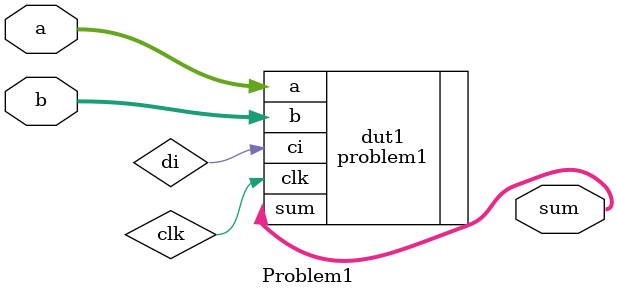
<source format=sv>
module Problem1(input [3:0] a, b, output [3:0] sum);
  logic di, clk; // <---
  problem1 dut1(
   .a(a),
   .b(b),
   .sum(sum),
   .ci(di),
   .clk(clk)
  );
endmodule
</source>
